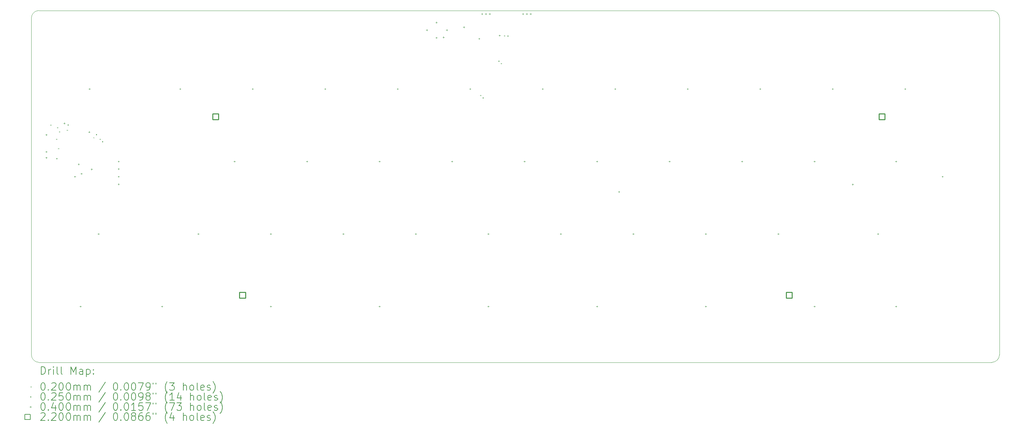
<source format=gbr>
%TF.GenerationSoftware,KiCad,Pcbnew,9.99.0-5522-g400384cf72*%
%TF.CreationDate,2026-02-12T00:01:32-08:00*%
%TF.ProjectId,amb-kb,616d622d-6b62-42e6-9b69-6361645f7063,rev?*%
%TF.SameCoordinates,Original*%
%TF.FileFunction,Drillmap*%
%TF.FilePolarity,Positive*%
%FSLAX45Y45*%
G04 Gerber Fmt 4.5, Leading zero omitted, Abs format (unit mm)*
G04 Created by KiCad (PCBNEW 9.99.0-5522-g400384cf72) date 2026-02-12 00:01:32*
%MOMM*%
%LPD*%
G01*
G04 APERTURE LIST*
%ADD10C,0.050000*%
%ADD11C,0.200000*%
%ADD12C,0.100000*%
%ADD13C,0.220000*%
G04 APERTURE END LIST*
D10*
X2217358Y-5414760D02*
X2217358Y-5414760D01*
G75*
G02*
X2417358Y-5214760I200002J0D01*
G01*
X27455450Y-5214760D01*
G75*
G02*
X27655450Y-5414760I0J-200000D01*
G01*
X27655450Y-14260341D01*
G75*
G02*
X27455450Y-14460341I-200000J1D01*
G01*
X2417358Y-14460341D01*
G75*
G02*
X2217358Y-14260341I2J200001D01*
G01*
X2217358Y-5414760D01*
D11*
D12*
X2918958Y-8829970D02*
X2938958Y-8849970D01*
X2938958Y-8829970D02*
X2918958Y-8849970D01*
X3148958Y-8349970D02*
X3168958Y-8369970D01*
X3168958Y-8349970D02*
X3148958Y-8369970D01*
X3848958Y-8544970D02*
X3868958Y-8564970D01*
X3868958Y-8544970D02*
X3848958Y-8564970D01*
X2746458Y-8229970D02*
G75*
G02*
X2721458Y-8229970I-12500J0D01*
G01*
X2721458Y-8229970D02*
G75*
G02*
X2746458Y-8229970I12500J0D01*
G01*
X2896458Y-8604970D02*
G75*
G02*
X2871458Y-8604970I-12500J0D01*
G01*
X2871458Y-8604970D02*
G75*
G02*
X2896458Y-8604970I12500J0D01*
G01*
X2921458Y-8295595D02*
G75*
G02*
X2896458Y-8295595I-12500J0D01*
G01*
X2896458Y-8295595D02*
G75*
G02*
X2921458Y-8295595I12500J0D01*
G01*
X2971458Y-8406970D02*
G75*
G02*
X2946458Y-8406970I-12500J0D01*
G01*
X2946458Y-8406970D02*
G75*
G02*
X2971458Y-8406970I12500J0D01*
G01*
X3196708Y-8225220D02*
G75*
G02*
X3171708Y-8225220I-12500J0D01*
G01*
X3171708Y-8225220D02*
G75*
G02*
X3196708Y-8225220I12500J0D01*
G01*
X3944458Y-8477970D02*
G75*
G02*
X3919458Y-8477970I-12500J0D01*
G01*
X3919458Y-8477970D02*
G75*
G02*
X3944458Y-8477970I12500J0D01*
G01*
X4039639Y-8598150D02*
G75*
G02*
X4014639Y-8598150I-12500J0D01*
G01*
X4014639Y-8598150D02*
G75*
G02*
X4039639Y-8598150I12500J0D01*
G01*
X4103278Y-8661790D02*
G75*
G02*
X4078278Y-8661790I-12500J0D01*
G01*
X4078278Y-8661790D02*
G75*
G02*
X4103278Y-8661790I12500J0D01*
G01*
X14039639Y-7448150D02*
G75*
G02*
X14014639Y-7448150I-12500J0D01*
G01*
X14014639Y-7448150D02*
G75*
G02*
X14039639Y-7448150I12500J0D01*
G01*
X14103278Y-7511790D02*
G75*
G02*
X14078278Y-7511790I-12500J0D01*
G01*
X14078278Y-7511790D02*
G75*
G02*
X14103278Y-7511790I12500J0D01*
G01*
X14514639Y-6548150D02*
G75*
G02*
X14489639Y-6548150I-12500J0D01*
G01*
X14489639Y-6548150D02*
G75*
G02*
X14514639Y-6548150I12500J0D01*
G01*
X14578278Y-6611790D02*
G75*
G02*
X14553278Y-6611790I-12500J0D01*
G01*
X14553278Y-6611790D02*
G75*
G02*
X14578278Y-6611790I12500J0D01*
G01*
X14665833Y-5886450D02*
G75*
G02*
X14640833Y-5886450I-12500J0D01*
G01*
X14640833Y-5886450D02*
G75*
G02*
X14665833Y-5886450I12500J0D01*
G01*
X14755833Y-5886450D02*
G75*
G02*
X14730833Y-5886450I-12500J0D01*
G01*
X14730833Y-5886450D02*
G75*
G02*
X14755833Y-5886450I12500J0D01*
G01*
X2608958Y-8462470D02*
X2608958Y-8502470D01*
X2588958Y-8482470D02*
X2628958Y-8482470D01*
X2611458Y-8907470D02*
X2611458Y-8947470D01*
X2591458Y-8927470D02*
X2631458Y-8927470D01*
X2611458Y-9062470D02*
X2611458Y-9102470D01*
X2591458Y-9082470D02*
X2631458Y-9082470D01*
X2883958Y-9084970D02*
X2883958Y-9124970D01*
X2863958Y-9104970D02*
X2903958Y-9104970D01*
X3085083Y-8159970D02*
X3085083Y-8199970D01*
X3065083Y-8179970D02*
X3105083Y-8179970D01*
X3358958Y-9559970D02*
X3358958Y-9599970D01*
X3338958Y-9579970D02*
X3378958Y-9579970D01*
X3458958Y-9234970D02*
X3458958Y-9274970D01*
X3438958Y-9254970D02*
X3478958Y-9254970D01*
X3506458Y-12971845D02*
X3506458Y-13011845D01*
X3486458Y-12991845D02*
X3526458Y-12991845D01*
X3531458Y-9482470D02*
X3531458Y-9522470D01*
X3511458Y-9502470D02*
X3551458Y-9502470D01*
X3735958Y-8386970D02*
X3735958Y-8426970D01*
X3715958Y-8406970D02*
X3755958Y-8406970D01*
X3744583Y-7256845D02*
X3744583Y-7296845D01*
X3724583Y-7276845D02*
X3764583Y-7276845D01*
X3800990Y-9367939D02*
X3800990Y-9407939D01*
X3780990Y-9387939D02*
X3820990Y-9387939D01*
X3982708Y-11066845D02*
X3982708Y-11106845D01*
X3962708Y-11086845D02*
X4002708Y-11086845D01*
X4508958Y-9161845D02*
X4508958Y-9201845D01*
X4488958Y-9181845D02*
X4528958Y-9181845D01*
X4508958Y-9359970D02*
X4508958Y-9399970D01*
X4488958Y-9379970D02*
X4528958Y-9379970D01*
X4508958Y-9559970D02*
X4508958Y-9599970D01*
X4488958Y-9579970D02*
X4528958Y-9579970D01*
X4508958Y-9759970D02*
X4508958Y-9799970D01*
X4488958Y-9779970D02*
X4528958Y-9779970D01*
X5649583Y-12971845D02*
X5649583Y-13011845D01*
X5629583Y-12991845D02*
X5669583Y-12991845D01*
X6125833Y-7256845D02*
X6125833Y-7296845D01*
X6105833Y-7276845D02*
X6145833Y-7276845D01*
X6602083Y-11066845D02*
X6602083Y-11106845D01*
X6582083Y-11086845D02*
X6622083Y-11086845D01*
X7554583Y-9161845D02*
X7554583Y-9201845D01*
X7534583Y-9181845D02*
X7574583Y-9181845D01*
X8030833Y-7256845D02*
X8030833Y-7296845D01*
X8010833Y-7276845D02*
X8050833Y-7276845D01*
X8507083Y-11066845D02*
X8507083Y-11106845D01*
X8487083Y-11086845D02*
X8527083Y-11086845D01*
X8507083Y-12971845D02*
X8507083Y-13011845D01*
X8487083Y-12991845D02*
X8527083Y-12991845D01*
X9459583Y-9161845D02*
X9459583Y-9201845D01*
X9439583Y-9181845D02*
X9479583Y-9181845D01*
X9935833Y-7256845D02*
X9935833Y-7296845D01*
X9915833Y-7276845D02*
X9955833Y-7276845D01*
X10412083Y-11066845D02*
X10412083Y-11106845D01*
X10392083Y-11086845D02*
X10432083Y-11086845D01*
X11364583Y-9161845D02*
X11364583Y-9201845D01*
X11344583Y-9181845D02*
X11384583Y-9181845D01*
X11364583Y-12971845D02*
X11364583Y-13011845D01*
X11344583Y-12991845D02*
X11384583Y-12991845D01*
X11840833Y-7256845D02*
X11840833Y-7296845D01*
X11820833Y-7276845D02*
X11860833Y-7276845D01*
X12317083Y-11066845D02*
X12317083Y-11106845D01*
X12297083Y-11086845D02*
X12337083Y-11086845D01*
X12608958Y-5709970D02*
X12608958Y-5749970D01*
X12588958Y-5729970D02*
X12628958Y-5729970D01*
X12858958Y-5509970D02*
X12858958Y-5549970D01*
X12838958Y-5529970D02*
X12878958Y-5529970D01*
X12858958Y-5909970D02*
X12858958Y-5949970D01*
X12838958Y-5929970D02*
X12878958Y-5929970D01*
X13045208Y-5898720D02*
X13045208Y-5938720D01*
X13025208Y-5918720D02*
X13065208Y-5918720D01*
X13133958Y-5709970D02*
X13133958Y-5749970D01*
X13113958Y-5729970D02*
X13153958Y-5729970D01*
X13269583Y-9161845D02*
X13269583Y-9201845D01*
X13249583Y-9181845D02*
X13289583Y-9181845D01*
X13583958Y-5632470D02*
X13583958Y-5672470D01*
X13563958Y-5652470D02*
X13603958Y-5652470D01*
X13745833Y-7256845D02*
X13745833Y-7296845D01*
X13725833Y-7276845D02*
X13765833Y-7276845D01*
X13983958Y-5934970D02*
X13983958Y-5974970D01*
X13963958Y-5954970D02*
X14003958Y-5954970D01*
X14058958Y-5284970D02*
X14058958Y-5324970D01*
X14038958Y-5304970D02*
X14078958Y-5304970D01*
X14158958Y-5284970D02*
X14158958Y-5324970D01*
X14138958Y-5304970D02*
X14178958Y-5304970D01*
X14222083Y-11066845D02*
X14222083Y-11106845D01*
X14202083Y-11086845D02*
X14242083Y-11086845D01*
X14222083Y-12971845D02*
X14222083Y-13011845D01*
X14202083Y-12991845D02*
X14242083Y-12991845D01*
X14258958Y-5284970D02*
X14258958Y-5324970D01*
X14238958Y-5304970D02*
X14278958Y-5304970D01*
X14518333Y-5850595D02*
X14518333Y-5890595D01*
X14498333Y-5870595D02*
X14538333Y-5870595D01*
X15133958Y-5284970D02*
X15133958Y-5324970D01*
X15113958Y-5304970D02*
X15153958Y-5304970D01*
X15174583Y-9161845D02*
X15174583Y-9201845D01*
X15154583Y-9181845D02*
X15194583Y-9181845D01*
X15233958Y-5284970D02*
X15233958Y-5324970D01*
X15213958Y-5304970D02*
X15253958Y-5304970D01*
X15333958Y-5284970D02*
X15333958Y-5324970D01*
X15313958Y-5304970D02*
X15353958Y-5304970D01*
X15650833Y-7256845D02*
X15650833Y-7296845D01*
X15630833Y-7276845D02*
X15670833Y-7276845D01*
X16127083Y-11066845D02*
X16127083Y-11106845D01*
X16107083Y-11086845D02*
X16147083Y-11086845D01*
X17079583Y-9161845D02*
X17079583Y-9201845D01*
X17059583Y-9181845D02*
X17099583Y-9181845D01*
X17079583Y-12971845D02*
X17079583Y-13011845D01*
X17059583Y-12991845D02*
X17099583Y-12991845D01*
X17555833Y-7256845D02*
X17555833Y-7296845D01*
X17535833Y-7276845D02*
X17575833Y-7276845D01*
X17658958Y-9959970D02*
X17658958Y-9999970D01*
X17638958Y-9979970D02*
X17678958Y-9979970D01*
X18032083Y-11066845D02*
X18032083Y-11106845D01*
X18012083Y-11086845D02*
X18052083Y-11086845D01*
X18984583Y-9161845D02*
X18984583Y-9201845D01*
X18964583Y-9181845D02*
X19004583Y-9181845D01*
X19460833Y-7256845D02*
X19460833Y-7296845D01*
X19440833Y-7276845D02*
X19480833Y-7276845D01*
X19937083Y-11066845D02*
X19937083Y-11106845D01*
X19917083Y-11086845D02*
X19957083Y-11086845D01*
X19937083Y-12971845D02*
X19937083Y-13011845D01*
X19917083Y-12991845D02*
X19957083Y-12991845D01*
X20889583Y-9161845D02*
X20889583Y-9201845D01*
X20869583Y-9181845D02*
X20909583Y-9181845D01*
X21365833Y-7256845D02*
X21365833Y-7296845D01*
X21345833Y-7276845D02*
X21385833Y-7276845D01*
X21842083Y-11066845D02*
X21842083Y-11106845D01*
X21822083Y-11086845D02*
X21862083Y-11086845D01*
X22794583Y-9161845D02*
X22794583Y-9201845D01*
X22774583Y-9181845D02*
X22814583Y-9181845D01*
X22794583Y-12971845D02*
X22794583Y-13011845D01*
X22774583Y-12991845D02*
X22814583Y-12991845D01*
X23270833Y-7256845D02*
X23270833Y-7296845D01*
X23250833Y-7276845D02*
X23290833Y-7276845D01*
X23798880Y-9765673D02*
X23798880Y-9805673D01*
X23778880Y-9785673D02*
X23818880Y-9785673D01*
X24461458Y-11066845D02*
X24461458Y-11106845D01*
X24441458Y-11086845D02*
X24481458Y-11086845D01*
X24937708Y-9161845D02*
X24937708Y-9201845D01*
X24917708Y-9181845D02*
X24957708Y-9181845D01*
X24937708Y-12971845D02*
X24937708Y-13011845D01*
X24917708Y-12991845D02*
X24957708Y-12991845D01*
X25175833Y-7256845D02*
X25175833Y-7296845D01*
X25155833Y-7276845D02*
X25195833Y-7276845D01*
X26158958Y-9559970D02*
X26158958Y-9599970D01*
X26138958Y-9579970D02*
X26178958Y-9579970D01*
D13*
X7134156Y-8080129D02*
X7134156Y-7924564D01*
X6978591Y-7924564D01*
X6978591Y-8080129D01*
X7134156Y-8080129D01*
X7840908Y-12772754D02*
X7840908Y-12617189D01*
X7685343Y-12617189D01*
X7685343Y-12772754D01*
X7840908Y-12772754D01*
X22207790Y-12772754D02*
X22207790Y-12617189D01*
X22052225Y-12617189D01*
X22052225Y-12772754D01*
X22207790Y-12772754D01*
X24644762Y-8080129D02*
X24644762Y-7924564D01*
X24489197Y-7924564D01*
X24489197Y-8080129D01*
X24644762Y-8080129D01*
D11*
X2475635Y-14774325D02*
X2475635Y-14574325D01*
X2475635Y-14574325D02*
X2523254Y-14574325D01*
X2523254Y-14574325D02*
X2551826Y-14583848D01*
X2551826Y-14583848D02*
X2570873Y-14602896D01*
X2570873Y-14602896D02*
X2580397Y-14621944D01*
X2580397Y-14621944D02*
X2589921Y-14660039D01*
X2589921Y-14660039D02*
X2589921Y-14688610D01*
X2589921Y-14688610D02*
X2580397Y-14726705D01*
X2580397Y-14726705D02*
X2570873Y-14745753D01*
X2570873Y-14745753D02*
X2551826Y-14764801D01*
X2551826Y-14764801D02*
X2523254Y-14774325D01*
X2523254Y-14774325D02*
X2475635Y-14774325D01*
X2675635Y-14774325D02*
X2675635Y-14640991D01*
X2675635Y-14679086D02*
X2685159Y-14660039D01*
X2685159Y-14660039D02*
X2694683Y-14650515D01*
X2694683Y-14650515D02*
X2713730Y-14640991D01*
X2713730Y-14640991D02*
X2732778Y-14640991D01*
X2799445Y-14774325D02*
X2799445Y-14640991D01*
X2799445Y-14574325D02*
X2789921Y-14583848D01*
X2789921Y-14583848D02*
X2799445Y-14593372D01*
X2799445Y-14593372D02*
X2808968Y-14583848D01*
X2808968Y-14583848D02*
X2799445Y-14574325D01*
X2799445Y-14574325D02*
X2799445Y-14593372D01*
X2923254Y-14774325D02*
X2904207Y-14764801D01*
X2904207Y-14764801D02*
X2894683Y-14745753D01*
X2894683Y-14745753D02*
X2894683Y-14574325D01*
X3028016Y-14774325D02*
X3008968Y-14764801D01*
X3008968Y-14764801D02*
X2999445Y-14745753D01*
X2999445Y-14745753D02*
X2999445Y-14574325D01*
X3256588Y-14774325D02*
X3256588Y-14574325D01*
X3256588Y-14574325D02*
X3323254Y-14717182D01*
X3323254Y-14717182D02*
X3389921Y-14574325D01*
X3389921Y-14574325D02*
X3389921Y-14774325D01*
X3570873Y-14774325D02*
X3570873Y-14669563D01*
X3570873Y-14669563D02*
X3561349Y-14650515D01*
X3561349Y-14650515D02*
X3542302Y-14640991D01*
X3542302Y-14640991D02*
X3504207Y-14640991D01*
X3504207Y-14640991D02*
X3485159Y-14650515D01*
X3570873Y-14764801D02*
X3551826Y-14774325D01*
X3551826Y-14774325D02*
X3504207Y-14774325D01*
X3504207Y-14774325D02*
X3485159Y-14764801D01*
X3485159Y-14764801D02*
X3475635Y-14745753D01*
X3475635Y-14745753D02*
X3475635Y-14726705D01*
X3475635Y-14726705D02*
X3485159Y-14707658D01*
X3485159Y-14707658D02*
X3504207Y-14698134D01*
X3504207Y-14698134D02*
X3551826Y-14698134D01*
X3551826Y-14698134D02*
X3570873Y-14688610D01*
X3666111Y-14640991D02*
X3666111Y-14840991D01*
X3666111Y-14650515D02*
X3685159Y-14640991D01*
X3685159Y-14640991D02*
X3723254Y-14640991D01*
X3723254Y-14640991D02*
X3742302Y-14650515D01*
X3742302Y-14650515D02*
X3751826Y-14660039D01*
X3751826Y-14660039D02*
X3761349Y-14679086D01*
X3761349Y-14679086D02*
X3761349Y-14736229D01*
X3761349Y-14736229D02*
X3751826Y-14755277D01*
X3751826Y-14755277D02*
X3742302Y-14764801D01*
X3742302Y-14764801D02*
X3723254Y-14774325D01*
X3723254Y-14774325D02*
X3685159Y-14774325D01*
X3685159Y-14774325D02*
X3666111Y-14764801D01*
X3847064Y-14755277D02*
X3856588Y-14764801D01*
X3856588Y-14764801D02*
X3847064Y-14774325D01*
X3847064Y-14774325D02*
X3837540Y-14764801D01*
X3837540Y-14764801D02*
X3847064Y-14755277D01*
X3847064Y-14755277D02*
X3847064Y-14774325D01*
X3847064Y-14650515D02*
X3856588Y-14660039D01*
X3856588Y-14660039D02*
X3847064Y-14669563D01*
X3847064Y-14669563D02*
X3837540Y-14660039D01*
X3837540Y-14660039D02*
X3847064Y-14650515D01*
X3847064Y-14650515D02*
X3847064Y-14669563D01*
D12*
X2194858Y-15092841D02*
X2214858Y-15112841D01*
X2214858Y-15092841D02*
X2194858Y-15112841D01*
D11*
X2513730Y-14994325D02*
X2532778Y-14994325D01*
X2532778Y-14994325D02*
X2551826Y-15003848D01*
X2551826Y-15003848D02*
X2561350Y-15013372D01*
X2561350Y-15013372D02*
X2570873Y-15032420D01*
X2570873Y-15032420D02*
X2580397Y-15070515D01*
X2580397Y-15070515D02*
X2580397Y-15118134D01*
X2580397Y-15118134D02*
X2570873Y-15156229D01*
X2570873Y-15156229D02*
X2561350Y-15175277D01*
X2561350Y-15175277D02*
X2551826Y-15184801D01*
X2551826Y-15184801D02*
X2532778Y-15194325D01*
X2532778Y-15194325D02*
X2513730Y-15194325D01*
X2513730Y-15194325D02*
X2494683Y-15184801D01*
X2494683Y-15184801D02*
X2485159Y-15175277D01*
X2485159Y-15175277D02*
X2475635Y-15156229D01*
X2475635Y-15156229D02*
X2466111Y-15118134D01*
X2466111Y-15118134D02*
X2466111Y-15070515D01*
X2466111Y-15070515D02*
X2475635Y-15032420D01*
X2475635Y-15032420D02*
X2485159Y-15013372D01*
X2485159Y-15013372D02*
X2494683Y-15003848D01*
X2494683Y-15003848D02*
X2513730Y-14994325D01*
X2666111Y-15175277D02*
X2675635Y-15184801D01*
X2675635Y-15184801D02*
X2666111Y-15194325D01*
X2666111Y-15194325D02*
X2656588Y-15184801D01*
X2656588Y-15184801D02*
X2666111Y-15175277D01*
X2666111Y-15175277D02*
X2666111Y-15194325D01*
X2751826Y-15013372D02*
X2761350Y-15003848D01*
X2761350Y-15003848D02*
X2780397Y-14994325D01*
X2780397Y-14994325D02*
X2828016Y-14994325D01*
X2828016Y-14994325D02*
X2847064Y-15003848D01*
X2847064Y-15003848D02*
X2856588Y-15013372D01*
X2856588Y-15013372D02*
X2866111Y-15032420D01*
X2866111Y-15032420D02*
X2866111Y-15051467D01*
X2866111Y-15051467D02*
X2856588Y-15080039D01*
X2856588Y-15080039D02*
X2742302Y-15194325D01*
X2742302Y-15194325D02*
X2866111Y-15194325D01*
X2989921Y-14994325D02*
X3008969Y-14994325D01*
X3008969Y-14994325D02*
X3028016Y-15003848D01*
X3028016Y-15003848D02*
X3037540Y-15013372D01*
X3037540Y-15013372D02*
X3047064Y-15032420D01*
X3047064Y-15032420D02*
X3056588Y-15070515D01*
X3056588Y-15070515D02*
X3056588Y-15118134D01*
X3056588Y-15118134D02*
X3047064Y-15156229D01*
X3047064Y-15156229D02*
X3037540Y-15175277D01*
X3037540Y-15175277D02*
X3028016Y-15184801D01*
X3028016Y-15184801D02*
X3008969Y-15194325D01*
X3008969Y-15194325D02*
X2989921Y-15194325D01*
X2989921Y-15194325D02*
X2970873Y-15184801D01*
X2970873Y-15184801D02*
X2961349Y-15175277D01*
X2961349Y-15175277D02*
X2951826Y-15156229D01*
X2951826Y-15156229D02*
X2942302Y-15118134D01*
X2942302Y-15118134D02*
X2942302Y-15070515D01*
X2942302Y-15070515D02*
X2951826Y-15032420D01*
X2951826Y-15032420D02*
X2961349Y-15013372D01*
X2961349Y-15013372D02*
X2970873Y-15003848D01*
X2970873Y-15003848D02*
X2989921Y-14994325D01*
X3180397Y-14994325D02*
X3199445Y-14994325D01*
X3199445Y-14994325D02*
X3218492Y-15003848D01*
X3218492Y-15003848D02*
X3228016Y-15013372D01*
X3228016Y-15013372D02*
X3237540Y-15032420D01*
X3237540Y-15032420D02*
X3247064Y-15070515D01*
X3247064Y-15070515D02*
X3247064Y-15118134D01*
X3247064Y-15118134D02*
X3237540Y-15156229D01*
X3237540Y-15156229D02*
X3228016Y-15175277D01*
X3228016Y-15175277D02*
X3218492Y-15184801D01*
X3218492Y-15184801D02*
X3199445Y-15194325D01*
X3199445Y-15194325D02*
X3180397Y-15194325D01*
X3180397Y-15194325D02*
X3161349Y-15184801D01*
X3161349Y-15184801D02*
X3151826Y-15175277D01*
X3151826Y-15175277D02*
X3142302Y-15156229D01*
X3142302Y-15156229D02*
X3132778Y-15118134D01*
X3132778Y-15118134D02*
X3132778Y-15070515D01*
X3132778Y-15070515D02*
X3142302Y-15032420D01*
X3142302Y-15032420D02*
X3151826Y-15013372D01*
X3151826Y-15013372D02*
X3161349Y-15003848D01*
X3161349Y-15003848D02*
X3180397Y-14994325D01*
X3332778Y-15194325D02*
X3332778Y-15060991D01*
X3332778Y-15080039D02*
X3342302Y-15070515D01*
X3342302Y-15070515D02*
X3361349Y-15060991D01*
X3361349Y-15060991D02*
X3389921Y-15060991D01*
X3389921Y-15060991D02*
X3408969Y-15070515D01*
X3408969Y-15070515D02*
X3418492Y-15089563D01*
X3418492Y-15089563D02*
X3418492Y-15194325D01*
X3418492Y-15089563D02*
X3428016Y-15070515D01*
X3428016Y-15070515D02*
X3447064Y-15060991D01*
X3447064Y-15060991D02*
X3475635Y-15060991D01*
X3475635Y-15060991D02*
X3494683Y-15070515D01*
X3494683Y-15070515D02*
X3504207Y-15089563D01*
X3504207Y-15089563D02*
X3504207Y-15194325D01*
X3599445Y-15194325D02*
X3599445Y-15060991D01*
X3599445Y-15080039D02*
X3608969Y-15070515D01*
X3608969Y-15070515D02*
X3628016Y-15060991D01*
X3628016Y-15060991D02*
X3656588Y-15060991D01*
X3656588Y-15060991D02*
X3675635Y-15070515D01*
X3675635Y-15070515D02*
X3685159Y-15089563D01*
X3685159Y-15089563D02*
X3685159Y-15194325D01*
X3685159Y-15089563D02*
X3694683Y-15070515D01*
X3694683Y-15070515D02*
X3713730Y-15060991D01*
X3713730Y-15060991D02*
X3742302Y-15060991D01*
X3742302Y-15060991D02*
X3761350Y-15070515D01*
X3761350Y-15070515D02*
X3770873Y-15089563D01*
X3770873Y-15089563D02*
X3770873Y-15194325D01*
X4161350Y-14984801D02*
X3989921Y-15241944D01*
X4418493Y-14994325D02*
X4437540Y-14994325D01*
X4437540Y-14994325D02*
X4456588Y-15003848D01*
X4456588Y-15003848D02*
X4466112Y-15013372D01*
X4466112Y-15013372D02*
X4475635Y-15032420D01*
X4475635Y-15032420D02*
X4485159Y-15070515D01*
X4485159Y-15070515D02*
X4485159Y-15118134D01*
X4485159Y-15118134D02*
X4475635Y-15156229D01*
X4475635Y-15156229D02*
X4466112Y-15175277D01*
X4466112Y-15175277D02*
X4456588Y-15184801D01*
X4456588Y-15184801D02*
X4437540Y-15194325D01*
X4437540Y-15194325D02*
X4418493Y-15194325D01*
X4418493Y-15194325D02*
X4399445Y-15184801D01*
X4399445Y-15184801D02*
X4389921Y-15175277D01*
X4389921Y-15175277D02*
X4380397Y-15156229D01*
X4380397Y-15156229D02*
X4370874Y-15118134D01*
X4370874Y-15118134D02*
X4370874Y-15070515D01*
X4370874Y-15070515D02*
X4380397Y-15032420D01*
X4380397Y-15032420D02*
X4389921Y-15013372D01*
X4389921Y-15013372D02*
X4399445Y-15003848D01*
X4399445Y-15003848D02*
X4418493Y-14994325D01*
X4570874Y-15175277D02*
X4580397Y-15184801D01*
X4580397Y-15184801D02*
X4570874Y-15194325D01*
X4570874Y-15194325D02*
X4561350Y-15184801D01*
X4561350Y-15184801D02*
X4570874Y-15175277D01*
X4570874Y-15175277D02*
X4570874Y-15194325D01*
X4704207Y-14994325D02*
X4723255Y-14994325D01*
X4723255Y-14994325D02*
X4742302Y-15003848D01*
X4742302Y-15003848D02*
X4751826Y-15013372D01*
X4751826Y-15013372D02*
X4761350Y-15032420D01*
X4761350Y-15032420D02*
X4770874Y-15070515D01*
X4770874Y-15070515D02*
X4770874Y-15118134D01*
X4770874Y-15118134D02*
X4761350Y-15156229D01*
X4761350Y-15156229D02*
X4751826Y-15175277D01*
X4751826Y-15175277D02*
X4742302Y-15184801D01*
X4742302Y-15184801D02*
X4723255Y-15194325D01*
X4723255Y-15194325D02*
X4704207Y-15194325D01*
X4704207Y-15194325D02*
X4685159Y-15184801D01*
X4685159Y-15184801D02*
X4675635Y-15175277D01*
X4675635Y-15175277D02*
X4666112Y-15156229D01*
X4666112Y-15156229D02*
X4656588Y-15118134D01*
X4656588Y-15118134D02*
X4656588Y-15070515D01*
X4656588Y-15070515D02*
X4666112Y-15032420D01*
X4666112Y-15032420D02*
X4675635Y-15013372D01*
X4675635Y-15013372D02*
X4685159Y-15003848D01*
X4685159Y-15003848D02*
X4704207Y-14994325D01*
X4894683Y-14994325D02*
X4913731Y-14994325D01*
X4913731Y-14994325D02*
X4932778Y-15003848D01*
X4932778Y-15003848D02*
X4942302Y-15013372D01*
X4942302Y-15013372D02*
X4951826Y-15032420D01*
X4951826Y-15032420D02*
X4961350Y-15070515D01*
X4961350Y-15070515D02*
X4961350Y-15118134D01*
X4961350Y-15118134D02*
X4951826Y-15156229D01*
X4951826Y-15156229D02*
X4942302Y-15175277D01*
X4942302Y-15175277D02*
X4932778Y-15184801D01*
X4932778Y-15184801D02*
X4913731Y-15194325D01*
X4913731Y-15194325D02*
X4894683Y-15194325D01*
X4894683Y-15194325D02*
X4875635Y-15184801D01*
X4875635Y-15184801D02*
X4866112Y-15175277D01*
X4866112Y-15175277D02*
X4856588Y-15156229D01*
X4856588Y-15156229D02*
X4847064Y-15118134D01*
X4847064Y-15118134D02*
X4847064Y-15070515D01*
X4847064Y-15070515D02*
X4856588Y-15032420D01*
X4856588Y-15032420D02*
X4866112Y-15013372D01*
X4866112Y-15013372D02*
X4875635Y-15003848D01*
X4875635Y-15003848D02*
X4894683Y-14994325D01*
X5028016Y-14994325D02*
X5161350Y-14994325D01*
X5161350Y-14994325D02*
X5075635Y-15194325D01*
X5247064Y-15194325D02*
X5285159Y-15194325D01*
X5285159Y-15194325D02*
X5304207Y-15184801D01*
X5304207Y-15184801D02*
X5313731Y-15175277D01*
X5313731Y-15175277D02*
X5332778Y-15146705D01*
X5332778Y-15146705D02*
X5342302Y-15108610D01*
X5342302Y-15108610D02*
X5342302Y-15032420D01*
X5342302Y-15032420D02*
X5332778Y-15013372D01*
X5332778Y-15013372D02*
X5323255Y-15003848D01*
X5323255Y-15003848D02*
X5304207Y-14994325D01*
X5304207Y-14994325D02*
X5266112Y-14994325D01*
X5266112Y-14994325D02*
X5247064Y-15003848D01*
X5247064Y-15003848D02*
X5237540Y-15013372D01*
X5237540Y-15013372D02*
X5228016Y-15032420D01*
X5228016Y-15032420D02*
X5228016Y-15080039D01*
X5228016Y-15080039D02*
X5237540Y-15099086D01*
X5237540Y-15099086D02*
X5247064Y-15108610D01*
X5247064Y-15108610D02*
X5266112Y-15118134D01*
X5266112Y-15118134D02*
X5304207Y-15118134D01*
X5304207Y-15118134D02*
X5323255Y-15108610D01*
X5323255Y-15108610D02*
X5332778Y-15099086D01*
X5332778Y-15099086D02*
X5342302Y-15080039D01*
X5418493Y-14994325D02*
X5418493Y-15032420D01*
X5494683Y-14994325D02*
X5494683Y-15032420D01*
X5789921Y-15270515D02*
X5780397Y-15260991D01*
X5780397Y-15260991D02*
X5761350Y-15232420D01*
X5761350Y-15232420D02*
X5751826Y-15213372D01*
X5751826Y-15213372D02*
X5742302Y-15184801D01*
X5742302Y-15184801D02*
X5732778Y-15137182D01*
X5732778Y-15137182D02*
X5732778Y-15099086D01*
X5732778Y-15099086D02*
X5742302Y-15051467D01*
X5742302Y-15051467D02*
X5751826Y-15022896D01*
X5751826Y-15022896D02*
X5761350Y-15003848D01*
X5761350Y-15003848D02*
X5780397Y-14975277D01*
X5780397Y-14975277D02*
X5789921Y-14965753D01*
X5847064Y-14994325D02*
X5970874Y-14994325D01*
X5970874Y-14994325D02*
X5904207Y-15070515D01*
X5904207Y-15070515D02*
X5932778Y-15070515D01*
X5932778Y-15070515D02*
X5951826Y-15080039D01*
X5951826Y-15080039D02*
X5961350Y-15089563D01*
X5961350Y-15089563D02*
X5970874Y-15108610D01*
X5970874Y-15108610D02*
X5970874Y-15156229D01*
X5970874Y-15156229D02*
X5961350Y-15175277D01*
X5961350Y-15175277D02*
X5951826Y-15184801D01*
X5951826Y-15184801D02*
X5932778Y-15194325D01*
X5932778Y-15194325D02*
X5875635Y-15194325D01*
X5875635Y-15194325D02*
X5856588Y-15184801D01*
X5856588Y-15184801D02*
X5847064Y-15175277D01*
X6208969Y-15194325D02*
X6208969Y-14994325D01*
X6294683Y-15194325D02*
X6294683Y-15089563D01*
X6294683Y-15089563D02*
X6285159Y-15070515D01*
X6285159Y-15070515D02*
X6266112Y-15060991D01*
X6266112Y-15060991D02*
X6237540Y-15060991D01*
X6237540Y-15060991D02*
X6218493Y-15070515D01*
X6218493Y-15070515D02*
X6208969Y-15080039D01*
X6418493Y-15194325D02*
X6399445Y-15184801D01*
X6399445Y-15184801D02*
X6389921Y-15175277D01*
X6389921Y-15175277D02*
X6380397Y-15156229D01*
X6380397Y-15156229D02*
X6380397Y-15099086D01*
X6380397Y-15099086D02*
X6389921Y-15080039D01*
X6389921Y-15080039D02*
X6399445Y-15070515D01*
X6399445Y-15070515D02*
X6418493Y-15060991D01*
X6418493Y-15060991D02*
X6447064Y-15060991D01*
X6447064Y-15060991D02*
X6466112Y-15070515D01*
X6466112Y-15070515D02*
X6475636Y-15080039D01*
X6475636Y-15080039D02*
X6485159Y-15099086D01*
X6485159Y-15099086D02*
X6485159Y-15156229D01*
X6485159Y-15156229D02*
X6475636Y-15175277D01*
X6475636Y-15175277D02*
X6466112Y-15184801D01*
X6466112Y-15184801D02*
X6447064Y-15194325D01*
X6447064Y-15194325D02*
X6418493Y-15194325D01*
X6599445Y-15194325D02*
X6580397Y-15184801D01*
X6580397Y-15184801D02*
X6570874Y-15165753D01*
X6570874Y-15165753D02*
X6570874Y-14994325D01*
X6751826Y-15184801D02*
X6732778Y-15194325D01*
X6732778Y-15194325D02*
X6694683Y-15194325D01*
X6694683Y-15194325D02*
X6675636Y-15184801D01*
X6675636Y-15184801D02*
X6666112Y-15165753D01*
X6666112Y-15165753D02*
X6666112Y-15089563D01*
X6666112Y-15089563D02*
X6675636Y-15070515D01*
X6675636Y-15070515D02*
X6694683Y-15060991D01*
X6694683Y-15060991D02*
X6732778Y-15060991D01*
X6732778Y-15060991D02*
X6751826Y-15070515D01*
X6751826Y-15070515D02*
X6761350Y-15089563D01*
X6761350Y-15089563D02*
X6761350Y-15108610D01*
X6761350Y-15108610D02*
X6666112Y-15127658D01*
X6837540Y-15184801D02*
X6856588Y-15194325D01*
X6856588Y-15194325D02*
X6894683Y-15194325D01*
X6894683Y-15194325D02*
X6913731Y-15184801D01*
X6913731Y-15184801D02*
X6923255Y-15165753D01*
X6923255Y-15165753D02*
X6923255Y-15156229D01*
X6923255Y-15156229D02*
X6913731Y-15137182D01*
X6913731Y-15137182D02*
X6894683Y-15127658D01*
X6894683Y-15127658D02*
X6866112Y-15127658D01*
X6866112Y-15127658D02*
X6847064Y-15118134D01*
X6847064Y-15118134D02*
X6837540Y-15099086D01*
X6837540Y-15099086D02*
X6837540Y-15089563D01*
X6837540Y-15089563D02*
X6847064Y-15070515D01*
X6847064Y-15070515D02*
X6866112Y-15060991D01*
X6866112Y-15060991D02*
X6894683Y-15060991D01*
X6894683Y-15060991D02*
X6913731Y-15070515D01*
X6989921Y-15270515D02*
X6999445Y-15260991D01*
X6999445Y-15260991D02*
X7018493Y-15232420D01*
X7018493Y-15232420D02*
X7028017Y-15213372D01*
X7028017Y-15213372D02*
X7037540Y-15184801D01*
X7037540Y-15184801D02*
X7047064Y-15137182D01*
X7047064Y-15137182D02*
X7047064Y-15099086D01*
X7047064Y-15099086D02*
X7037540Y-15051467D01*
X7037540Y-15051467D02*
X7028017Y-15022896D01*
X7028017Y-15022896D02*
X7018493Y-15003848D01*
X7018493Y-15003848D02*
X6999445Y-14975277D01*
X6999445Y-14975277D02*
X6989921Y-14965753D01*
D12*
X2214858Y-15366841D02*
G75*
G02*
X2189858Y-15366841I-12500J0D01*
G01*
X2189858Y-15366841D02*
G75*
G02*
X2214858Y-15366841I12500J0D01*
G01*
D11*
X2513730Y-15258325D02*
X2532778Y-15258325D01*
X2532778Y-15258325D02*
X2551826Y-15267848D01*
X2551826Y-15267848D02*
X2561350Y-15277372D01*
X2561350Y-15277372D02*
X2570873Y-15296420D01*
X2570873Y-15296420D02*
X2580397Y-15334515D01*
X2580397Y-15334515D02*
X2580397Y-15382134D01*
X2580397Y-15382134D02*
X2570873Y-15420229D01*
X2570873Y-15420229D02*
X2561350Y-15439277D01*
X2561350Y-15439277D02*
X2551826Y-15448801D01*
X2551826Y-15448801D02*
X2532778Y-15458325D01*
X2532778Y-15458325D02*
X2513730Y-15458325D01*
X2513730Y-15458325D02*
X2494683Y-15448801D01*
X2494683Y-15448801D02*
X2485159Y-15439277D01*
X2485159Y-15439277D02*
X2475635Y-15420229D01*
X2475635Y-15420229D02*
X2466111Y-15382134D01*
X2466111Y-15382134D02*
X2466111Y-15334515D01*
X2466111Y-15334515D02*
X2475635Y-15296420D01*
X2475635Y-15296420D02*
X2485159Y-15277372D01*
X2485159Y-15277372D02*
X2494683Y-15267848D01*
X2494683Y-15267848D02*
X2513730Y-15258325D01*
X2666111Y-15439277D02*
X2675635Y-15448801D01*
X2675635Y-15448801D02*
X2666111Y-15458325D01*
X2666111Y-15458325D02*
X2656588Y-15448801D01*
X2656588Y-15448801D02*
X2666111Y-15439277D01*
X2666111Y-15439277D02*
X2666111Y-15458325D01*
X2751826Y-15277372D02*
X2761350Y-15267848D01*
X2761350Y-15267848D02*
X2780397Y-15258325D01*
X2780397Y-15258325D02*
X2828016Y-15258325D01*
X2828016Y-15258325D02*
X2847064Y-15267848D01*
X2847064Y-15267848D02*
X2856588Y-15277372D01*
X2856588Y-15277372D02*
X2866111Y-15296420D01*
X2866111Y-15296420D02*
X2866111Y-15315467D01*
X2866111Y-15315467D02*
X2856588Y-15344039D01*
X2856588Y-15344039D02*
X2742302Y-15458325D01*
X2742302Y-15458325D02*
X2866111Y-15458325D01*
X3047064Y-15258325D02*
X2951826Y-15258325D01*
X2951826Y-15258325D02*
X2942302Y-15353563D01*
X2942302Y-15353563D02*
X2951826Y-15344039D01*
X2951826Y-15344039D02*
X2970873Y-15334515D01*
X2970873Y-15334515D02*
X3018492Y-15334515D01*
X3018492Y-15334515D02*
X3037540Y-15344039D01*
X3037540Y-15344039D02*
X3047064Y-15353563D01*
X3047064Y-15353563D02*
X3056588Y-15372610D01*
X3056588Y-15372610D02*
X3056588Y-15420229D01*
X3056588Y-15420229D02*
X3047064Y-15439277D01*
X3047064Y-15439277D02*
X3037540Y-15448801D01*
X3037540Y-15448801D02*
X3018492Y-15458325D01*
X3018492Y-15458325D02*
X2970873Y-15458325D01*
X2970873Y-15458325D02*
X2951826Y-15448801D01*
X2951826Y-15448801D02*
X2942302Y-15439277D01*
X3180397Y-15258325D02*
X3199445Y-15258325D01*
X3199445Y-15258325D02*
X3218492Y-15267848D01*
X3218492Y-15267848D02*
X3228016Y-15277372D01*
X3228016Y-15277372D02*
X3237540Y-15296420D01*
X3237540Y-15296420D02*
X3247064Y-15334515D01*
X3247064Y-15334515D02*
X3247064Y-15382134D01*
X3247064Y-15382134D02*
X3237540Y-15420229D01*
X3237540Y-15420229D02*
X3228016Y-15439277D01*
X3228016Y-15439277D02*
X3218492Y-15448801D01*
X3218492Y-15448801D02*
X3199445Y-15458325D01*
X3199445Y-15458325D02*
X3180397Y-15458325D01*
X3180397Y-15458325D02*
X3161349Y-15448801D01*
X3161349Y-15448801D02*
X3151826Y-15439277D01*
X3151826Y-15439277D02*
X3142302Y-15420229D01*
X3142302Y-15420229D02*
X3132778Y-15382134D01*
X3132778Y-15382134D02*
X3132778Y-15334515D01*
X3132778Y-15334515D02*
X3142302Y-15296420D01*
X3142302Y-15296420D02*
X3151826Y-15277372D01*
X3151826Y-15277372D02*
X3161349Y-15267848D01*
X3161349Y-15267848D02*
X3180397Y-15258325D01*
X3332778Y-15458325D02*
X3332778Y-15324991D01*
X3332778Y-15344039D02*
X3342302Y-15334515D01*
X3342302Y-15334515D02*
X3361349Y-15324991D01*
X3361349Y-15324991D02*
X3389921Y-15324991D01*
X3389921Y-15324991D02*
X3408969Y-15334515D01*
X3408969Y-15334515D02*
X3418492Y-15353563D01*
X3418492Y-15353563D02*
X3418492Y-15458325D01*
X3418492Y-15353563D02*
X3428016Y-15334515D01*
X3428016Y-15334515D02*
X3447064Y-15324991D01*
X3447064Y-15324991D02*
X3475635Y-15324991D01*
X3475635Y-15324991D02*
X3494683Y-15334515D01*
X3494683Y-15334515D02*
X3504207Y-15353563D01*
X3504207Y-15353563D02*
X3504207Y-15458325D01*
X3599445Y-15458325D02*
X3599445Y-15324991D01*
X3599445Y-15344039D02*
X3608969Y-15334515D01*
X3608969Y-15334515D02*
X3628016Y-15324991D01*
X3628016Y-15324991D02*
X3656588Y-15324991D01*
X3656588Y-15324991D02*
X3675635Y-15334515D01*
X3675635Y-15334515D02*
X3685159Y-15353563D01*
X3685159Y-15353563D02*
X3685159Y-15458325D01*
X3685159Y-15353563D02*
X3694683Y-15334515D01*
X3694683Y-15334515D02*
X3713730Y-15324991D01*
X3713730Y-15324991D02*
X3742302Y-15324991D01*
X3742302Y-15324991D02*
X3761350Y-15334515D01*
X3761350Y-15334515D02*
X3770873Y-15353563D01*
X3770873Y-15353563D02*
X3770873Y-15458325D01*
X4161350Y-15248801D02*
X3989921Y-15505944D01*
X4418493Y-15258325D02*
X4437540Y-15258325D01*
X4437540Y-15258325D02*
X4456588Y-15267848D01*
X4456588Y-15267848D02*
X4466112Y-15277372D01*
X4466112Y-15277372D02*
X4475635Y-15296420D01*
X4475635Y-15296420D02*
X4485159Y-15334515D01*
X4485159Y-15334515D02*
X4485159Y-15382134D01*
X4485159Y-15382134D02*
X4475635Y-15420229D01*
X4475635Y-15420229D02*
X4466112Y-15439277D01*
X4466112Y-15439277D02*
X4456588Y-15448801D01*
X4456588Y-15448801D02*
X4437540Y-15458325D01*
X4437540Y-15458325D02*
X4418493Y-15458325D01*
X4418493Y-15458325D02*
X4399445Y-15448801D01*
X4399445Y-15448801D02*
X4389921Y-15439277D01*
X4389921Y-15439277D02*
X4380397Y-15420229D01*
X4380397Y-15420229D02*
X4370874Y-15382134D01*
X4370874Y-15382134D02*
X4370874Y-15334515D01*
X4370874Y-15334515D02*
X4380397Y-15296420D01*
X4380397Y-15296420D02*
X4389921Y-15277372D01*
X4389921Y-15277372D02*
X4399445Y-15267848D01*
X4399445Y-15267848D02*
X4418493Y-15258325D01*
X4570874Y-15439277D02*
X4580397Y-15448801D01*
X4580397Y-15448801D02*
X4570874Y-15458325D01*
X4570874Y-15458325D02*
X4561350Y-15448801D01*
X4561350Y-15448801D02*
X4570874Y-15439277D01*
X4570874Y-15439277D02*
X4570874Y-15458325D01*
X4704207Y-15258325D02*
X4723255Y-15258325D01*
X4723255Y-15258325D02*
X4742302Y-15267848D01*
X4742302Y-15267848D02*
X4751826Y-15277372D01*
X4751826Y-15277372D02*
X4761350Y-15296420D01*
X4761350Y-15296420D02*
X4770874Y-15334515D01*
X4770874Y-15334515D02*
X4770874Y-15382134D01*
X4770874Y-15382134D02*
X4761350Y-15420229D01*
X4761350Y-15420229D02*
X4751826Y-15439277D01*
X4751826Y-15439277D02*
X4742302Y-15448801D01*
X4742302Y-15448801D02*
X4723255Y-15458325D01*
X4723255Y-15458325D02*
X4704207Y-15458325D01*
X4704207Y-15458325D02*
X4685159Y-15448801D01*
X4685159Y-15448801D02*
X4675635Y-15439277D01*
X4675635Y-15439277D02*
X4666112Y-15420229D01*
X4666112Y-15420229D02*
X4656588Y-15382134D01*
X4656588Y-15382134D02*
X4656588Y-15334515D01*
X4656588Y-15334515D02*
X4666112Y-15296420D01*
X4666112Y-15296420D02*
X4675635Y-15277372D01*
X4675635Y-15277372D02*
X4685159Y-15267848D01*
X4685159Y-15267848D02*
X4704207Y-15258325D01*
X4894683Y-15258325D02*
X4913731Y-15258325D01*
X4913731Y-15258325D02*
X4932778Y-15267848D01*
X4932778Y-15267848D02*
X4942302Y-15277372D01*
X4942302Y-15277372D02*
X4951826Y-15296420D01*
X4951826Y-15296420D02*
X4961350Y-15334515D01*
X4961350Y-15334515D02*
X4961350Y-15382134D01*
X4961350Y-15382134D02*
X4951826Y-15420229D01*
X4951826Y-15420229D02*
X4942302Y-15439277D01*
X4942302Y-15439277D02*
X4932778Y-15448801D01*
X4932778Y-15448801D02*
X4913731Y-15458325D01*
X4913731Y-15458325D02*
X4894683Y-15458325D01*
X4894683Y-15458325D02*
X4875635Y-15448801D01*
X4875635Y-15448801D02*
X4866112Y-15439277D01*
X4866112Y-15439277D02*
X4856588Y-15420229D01*
X4856588Y-15420229D02*
X4847064Y-15382134D01*
X4847064Y-15382134D02*
X4847064Y-15334515D01*
X4847064Y-15334515D02*
X4856588Y-15296420D01*
X4856588Y-15296420D02*
X4866112Y-15277372D01*
X4866112Y-15277372D02*
X4875635Y-15267848D01*
X4875635Y-15267848D02*
X4894683Y-15258325D01*
X5056588Y-15458325D02*
X5094683Y-15458325D01*
X5094683Y-15458325D02*
X5113731Y-15448801D01*
X5113731Y-15448801D02*
X5123255Y-15439277D01*
X5123255Y-15439277D02*
X5142302Y-15410705D01*
X5142302Y-15410705D02*
X5151826Y-15372610D01*
X5151826Y-15372610D02*
X5151826Y-15296420D01*
X5151826Y-15296420D02*
X5142302Y-15277372D01*
X5142302Y-15277372D02*
X5132778Y-15267848D01*
X5132778Y-15267848D02*
X5113731Y-15258325D01*
X5113731Y-15258325D02*
X5075635Y-15258325D01*
X5075635Y-15258325D02*
X5056588Y-15267848D01*
X5056588Y-15267848D02*
X5047064Y-15277372D01*
X5047064Y-15277372D02*
X5037540Y-15296420D01*
X5037540Y-15296420D02*
X5037540Y-15344039D01*
X5037540Y-15344039D02*
X5047064Y-15363086D01*
X5047064Y-15363086D02*
X5056588Y-15372610D01*
X5056588Y-15372610D02*
X5075635Y-15382134D01*
X5075635Y-15382134D02*
X5113731Y-15382134D01*
X5113731Y-15382134D02*
X5132778Y-15372610D01*
X5132778Y-15372610D02*
X5142302Y-15363086D01*
X5142302Y-15363086D02*
X5151826Y-15344039D01*
X5266112Y-15344039D02*
X5247064Y-15334515D01*
X5247064Y-15334515D02*
X5237540Y-15324991D01*
X5237540Y-15324991D02*
X5228016Y-15305944D01*
X5228016Y-15305944D02*
X5228016Y-15296420D01*
X5228016Y-15296420D02*
X5237540Y-15277372D01*
X5237540Y-15277372D02*
X5247064Y-15267848D01*
X5247064Y-15267848D02*
X5266112Y-15258325D01*
X5266112Y-15258325D02*
X5304207Y-15258325D01*
X5304207Y-15258325D02*
X5323255Y-15267848D01*
X5323255Y-15267848D02*
X5332778Y-15277372D01*
X5332778Y-15277372D02*
X5342302Y-15296420D01*
X5342302Y-15296420D02*
X5342302Y-15305944D01*
X5342302Y-15305944D02*
X5332778Y-15324991D01*
X5332778Y-15324991D02*
X5323255Y-15334515D01*
X5323255Y-15334515D02*
X5304207Y-15344039D01*
X5304207Y-15344039D02*
X5266112Y-15344039D01*
X5266112Y-15344039D02*
X5247064Y-15353563D01*
X5247064Y-15353563D02*
X5237540Y-15363086D01*
X5237540Y-15363086D02*
X5228016Y-15382134D01*
X5228016Y-15382134D02*
X5228016Y-15420229D01*
X5228016Y-15420229D02*
X5237540Y-15439277D01*
X5237540Y-15439277D02*
X5247064Y-15448801D01*
X5247064Y-15448801D02*
X5266112Y-15458325D01*
X5266112Y-15458325D02*
X5304207Y-15458325D01*
X5304207Y-15458325D02*
X5323255Y-15448801D01*
X5323255Y-15448801D02*
X5332778Y-15439277D01*
X5332778Y-15439277D02*
X5342302Y-15420229D01*
X5342302Y-15420229D02*
X5342302Y-15382134D01*
X5342302Y-15382134D02*
X5332778Y-15363086D01*
X5332778Y-15363086D02*
X5323255Y-15353563D01*
X5323255Y-15353563D02*
X5304207Y-15344039D01*
X5418493Y-15258325D02*
X5418493Y-15296420D01*
X5494683Y-15258325D02*
X5494683Y-15296420D01*
X5789921Y-15534515D02*
X5780397Y-15524991D01*
X5780397Y-15524991D02*
X5761350Y-15496420D01*
X5761350Y-15496420D02*
X5751826Y-15477372D01*
X5751826Y-15477372D02*
X5742302Y-15448801D01*
X5742302Y-15448801D02*
X5732778Y-15401182D01*
X5732778Y-15401182D02*
X5732778Y-15363086D01*
X5732778Y-15363086D02*
X5742302Y-15315467D01*
X5742302Y-15315467D02*
X5751826Y-15286896D01*
X5751826Y-15286896D02*
X5761350Y-15267848D01*
X5761350Y-15267848D02*
X5780397Y-15239277D01*
X5780397Y-15239277D02*
X5789921Y-15229753D01*
X5970874Y-15458325D02*
X5856588Y-15458325D01*
X5913731Y-15458325D02*
X5913731Y-15258325D01*
X5913731Y-15258325D02*
X5894683Y-15286896D01*
X5894683Y-15286896D02*
X5875635Y-15305944D01*
X5875635Y-15305944D02*
X5856588Y-15315467D01*
X6142302Y-15324991D02*
X6142302Y-15458325D01*
X6094683Y-15248801D02*
X6047064Y-15391658D01*
X6047064Y-15391658D02*
X6170874Y-15391658D01*
X6399445Y-15458325D02*
X6399445Y-15258325D01*
X6485159Y-15458325D02*
X6485159Y-15353563D01*
X6485159Y-15353563D02*
X6475636Y-15334515D01*
X6475636Y-15334515D02*
X6456588Y-15324991D01*
X6456588Y-15324991D02*
X6428016Y-15324991D01*
X6428016Y-15324991D02*
X6408969Y-15334515D01*
X6408969Y-15334515D02*
X6399445Y-15344039D01*
X6608969Y-15458325D02*
X6589921Y-15448801D01*
X6589921Y-15448801D02*
X6580397Y-15439277D01*
X6580397Y-15439277D02*
X6570874Y-15420229D01*
X6570874Y-15420229D02*
X6570874Y-15363086D01*
X6570874Y-15363086D02*
X6580397Y-15344039D01*
X6580397Y-15344039D02*
X6589921Y-15334515D01*
X6589921Y-15334515D02*
X6608969Y-15324991D01*
X6608969Y-15324991D02*
X6637540Y-15324991D01*
X6637540Y-15324991D02*
X6656588Y-15334515D01*
X6656588Y-15334515D02*
X6666112Y-15344039D01*
X6666112Y-15344039D02*
X6675636Y-15363086D01*
X6675636Y-15363086D02*
X6675636Y-15420229D01*
X6675636Y-15420229D02*
X6666112Y-15439277D01*
X6666112Y-15439277D02*
X6656588Y-15448801D01*
X6656588Y-15448801D02*
X6637540Y-15458325D01*
X6637540Y-15458325D02*
X6608969Y-15458325D01*
X6789921Y-15458325D02*
X6770874Y-15448801D01*
X6770874Y-15448801D02*
X6761350Y-15429753D01*
X6761350Y-15429753D02*
X6761350Y-15258325D01*
X6942302Y-15448801D02*
X6923255Y-15458325D01*
X6923255Y-15458325D02*
X6885159Y-15458325D01*
X6885159Y-15458325D02*
X6866112Y-15448801D01*
X6866112Y-15448801D02*
X6856588Y-15429753D01*
X6856588Y-15429753D02*
X6856588Y-15353563D01*
X6856588Y-15353563D02*
X6866112Y-15334515D01*
X6866112Y-15334515D02*
X6885159Y-15324991D01*
X6885159Y-15324991D02*
X6923255Y-15324991D01*
X6923255Y-15324991D02*
X6942302Y-15334515D01*
X6942302Y-15334515D02*
X6951826Y-15353563D01*
X6951826Y-15353563D02*
X6951826Y-15372610D01*
X6951826Y-15372610D02*
X6856588Y-15391658D01*
X7028017Y-15448801D02*
X7047064Y-15458325D01*
X7047064Y-15458325D02*
X7085159Y-15458325D01*
X7085159Y-15458325D02*
X7104207Y-15448801D01*
X7104207Y-15448801D02*
X7113731Y-15429753D01*
X7113731Y-15429753D02*
X7113731Y-15420229D01*
X7113731Y-15420229D02*
X7104207Y-15401182D01*
X7104207Y-15401182D02*
X7085159Y-15391658D01*
X7085159Y-15391658D02*
X7056588Y-15391658D01*
X7056588Y-15391658D02*
X7037540Y-15382134D01*
X7037540Y-15382134D02*
X7028017Y-15363086D01*
X7028017Y-15363086D02*
X7028017Y-15353563D01*
X7028017Y-15353563D02*
X7037540Y-15334515D01*
X7037540Y-15334515D02*
X7056588Y-15324991D01*
X7056588Y-15324991D02*
X7085159Y-15324991D01*
X7085159Y-15324991D02*
X7104207Y-15334515D01*
X7180398Y-15534515D02*
X7189921Y-15524991D01*
X7189921Y-15524991D02*
X7208969Y-15496420D01*
X7208969Y-15496420D02*
X7218493Y-15477372D01*
X7218493Y-15477372D02*
X7228017Y-15448801D01*
X7228017Y-15448801D02*
X7237540Y-15401182D01*
X7237540Y-15401182D02*
X7237540Y-15363086D01*
X7237540Y-15363086D02*
X7228017Y-15315467D01*
X7228017Y-15315467D02*
X7218493Y-15286896D01*
X7218493Y-15286896D02*
X7208969Y-15267848D01*
X7208969Y-15267848D02*
X7189921Y-15239277D01*
X7189921Y-15239277D02*
X7180398Y-15229753D01*
D12*
X2194858Y-15610841D02*
X2194858Y-15650841D01*
X2174858Y-15630841D02*
X2214858Y-15630841D01*
D11*
X2513730Y-15522325D02*
X2532778Y-15522325D01*
X2532778Y-15522325D02*
X2551826Y-15531848D01*
X2551826Y-15531848D02*
X2561350Y-15541372D01*
X2561350Y-15541372D02*
X2570873Y-15560420D01*
X2570873Y-15560420D02*
X2580397Y-15598515D01*
X2580397Y-15598515D02*
X2580397Y-15646134D01*
X2580397Y-15646134D02*
X2570873Y-15684229D01*
X2570873Y-15684229D02*
X2561350Y-15703277D01*
X2561350Y-15703277D02*
X2551826Y-15712801D01*
X2551826Y-15712801D02*
X2532778Y-15722325D01*
X2532778Y-15722325D02*
X2513730Y-15722325D01*
X2513730Y-15722325D02*
X2494683Y-15712801D01*
X2494683Y-15712801D02*
X2485159Y-15703277D01*
X2485159Y-15703277D02*
X2475635Y-15684229D01*
X2475635Y-15684229D02*
X2466111Y-15646134D01*
X2466111Y-15646134D02*
X2466111Y-15598515D01*
X2466111Y-15598515D02*
X2475635Y-15560420D01*
X2475635Y-15560420D02*
X2485159Y-15541372D01*
X2485159Y-15541372D02*
X2494683Y-15531848D01*
X2494683Y-15531848D02*
X2513730Y-15522325D01*
X2666111Y-15703277D02*
X2675635Y-15712801D01*
X2675635Y-15712801D02*
X2666111Y-15722325D01*
X2666111Y-15722325D02*
X2656588Y-15712801D01*
X2656588Y-15712801D02*
X2666111Y-15703277D01*
X2666111Y-15703277D02*
X2666111Y-15722325D01*
X2847064Y-15588991D02*
X2847064Y-15722325D01*
X2799445Y-15512801D02*
X2751826Y-15655658D01*
X2751826Y-15655658D02*
X2875635Y-15655658D01*
X2989921Y-15522325D02*
X3008969Y-15522325D01*
X3008969Y-15522325D02*
X3028016Y-15531848D01*
X3028016Y-15531848D02*
X3037540Y-15541372D01*
X3037540Y-15541372D02*
X3047064Y-15560420D01*
X3047064Y-15560420D02*
X3056588Y-15598515D01*
X3056588Y-15598515D02*
X3056588Y-15646134D01*
X3056588Y-15646134D02*
X3047064Y-15684229D01*
X3047064Y-15684229D02*
X3037540Y-15703277D01*
X3037540Y-15703277D02*
X3028016Y-15712801D01*
X3028016Y-15712801D02*
X3008969Y-15722325D01*
X3008969Y-15722325D02*
X2989921Y-15722325D01*
X2989921Y-15722325D02*
X2970873Y-15712801D01*
X2970873Y-15712801D02*
X2961349Y-15703277D01*
X2961349Y-15703277D02*
X2951826Y-15684229D01*
X2951826Y-15684229D02*
X2942302Y-15646134D01*
X2942302Y-15646134D02*
X2942302Y-15598515D01*
X2942302Y-15598515D02*
X2951826Y-15560420D01*
X2951826Y-15560420D02*
X2961349Y-15541372D01*
X2961349Y-15541372D02*
X2970873Y-15531848D01*
X2970873Y-15531848D02*
X2989921Y-15522325D01*
X3180397Y-15522325D02*
X3199445Y-15522325D01*
X3199445Y-15522325D02*
X3218492Y-15531848D01*
X3218492Y-15531848D02*
X3228016Y-15541372D01*
X3228016Y-15541372D02*
X3237540Y-15560420D01*
X3237540Y-15560420D02*
X3247064Y-15598515D01*
X3247064Y-15598515D02*
X3247064Y-15646134D01*
X3247064Y-15646134D02*
X3237540Y-15684229D01*
X3237540Y-15684229D02*
X3228016Y-15703277D01*
X3228016Y-15703277D02*
X3218492Y-15712801D01*
X3218492Y-15712801D02*
X3199445Y-15722325D01*
X3199445Y-15722325D02*
X3180397Y-15722325D01*
X3180397Y-15722325D02*
X3161349Y-15712801D01*
X3161349Y-15712801D02*
X3151826Y-15703277D01*
X3151826Y-15703277D02*
X3142302Y-15684229D01*
X3142302Y-15684229D02*
X3132778Y-15646134D01*
X3132778Y-15646134D02*
X3132778Y-15598515D01*
X3132778Y-15598515D02*
X3142302Y-15560420D01*
X3142302Y-15560420D02*
X3151826Y-15541372D01*
X3151826Y-15541372D02*
X3161349Y-15531848D01*
X3161349Y-15531848D02*
X3180397Y-15522325D01*
X3332778Y-15722325D02*
X3332778Y-15588991D01*
X3332778Y-15608039D02*
X3342302Y-15598515D01*
X3342302Y-15598515D02*
X3361349Y-15588991D01*
X3361349Y-15588991D02*
X3389921Y-15588991D01*
X3389921Y-15588991D02*
X3408969Y-15598515D01*
X3408969Y-15598515D02*
X3418492Y-15617563D01*
X3418492Y-15617563D02*
X3418492Y-15722325D01*
X3418492Y-15617563D02*
X3428016Y-15598515D01*
X3428016Y-15598515D02*
X3447064Y-15588991D01*
X3447064Y-15588991D02*
X3475635Y-15588991D01*
X3475635Y-15588991D02*
X3494683Y-15598515D01*
X3494683Y-15598515D02*
X3504207Y-15617563D01*
X3504207Y-15617563D02*
X3504207Y-15722325D01*
X3599445Y-15722325D02*
X3599445Y-15588991D01*
X3599445Y-15608039D02*
X3608969Y-15598515D01*
X3608969Y-15598515D02*
X3628016Y-15588991D01*
X3628016Y-15588991D02*
X3656588Y-15588991D01*
X3656588Y-15588991D02*
X3675635Y-15598515D01*
X3675635Y-15598515D02*
X3685159Y-15617563D01*
X3685159Y-15617563D02*
X3685159Y-15722325D01*
X3685159Y-15617563D02*
X3694683Y-15598515D01*
X3694683Y-15598515D02*
X3713730Y-15588991D01*
X3713730Y-15588991D02*
X3742302Y-15588991D01*
X3742302Y-15588991D02*
X3761350Y-15598515D01*
X3761350Y-15598515D02*
X3770873Y-15617563D01*
X3770873Y-15617563D02*
X3770873Y-15722325D01*
X4161350Y-15512801D02*
X3989921Y-15769944D01*
X4418493Y-15522325D02*
X4437540Y-15522325D01*
X4437540Y-15522325D02*
X4456588Y-15531848D01*
X4456588Y-15531848D02*
X4466112Y-15541372D01*
X4466112Y-15541372D02*
X4475635Y-15560420D01*
X4475635Y-15560420D02*
X4485159Y-15598515D01*
X4485159Y-15598515D02*
X4485159Y-15646134D01*
X4485159Y-15646134D02*
X4475635Y-15684229D01*
X4475635Y-15684229D02*
X4466112Y-15703277D01*
X4466112Y-15703277D02*
X4456588Y-15712801D01*
X4456588Y-15712801D02*
X4437540Y-15722325D01*
X4437540Y-15722325D02*
X4418493Y-15722325D01*
X4418493Y-15722325D02*
X4399445Y-15712801D01*
X4399445Y-15712801D02*
X4389921Y-15703277D01*
X4389921Y-15703277D02*
X4380397Y-15684229D01*
X4380397Y-15684229D02*
X4370874Y-15646134D01*
X4370874Y-15646134D02*
X4370874Y-15598515D01*
X4370874Y-15598515D02*
X4380397Y-15560420D01*
X4380397Y-15560420D02*
X4389921Y-15541372D01*
X4389921Y-15541372D02*
X4399445Y-15531848D01*
X4399445Y-15531848D02*
X4418493Y-15522325D01*
X4570874Y-15703277D02*
X4580397Y-15712801D01*
X4580397Y-15712801D02*
X4570874Y-15722325D01*
X4570874Y-15722325D02*
X4561350Y-15712801D01*
X4561350Y-15712801D02*
X4570874Y-15703277D01*
X4570874Y-15703277D02*
X4570874Y-15722325D01*
X4704207Y-15522325D02*
X4723255Y-15522325D01*
X4723255Y-15522325D02*
X4742302Y-15531848D01*
X4742302Y-15531848D02*
X4751826Y-15541372D01*
X4751826Y-15541372D02*
X4761350Y-15560420D01*
X4761350Y-15560420D02*
X4770874Y-15598515D01*
X4770874Y-15598515D02*
X4770874Y-15646134D01*
X4770874Y-15646134D02*
X4761350Y-15684229D01*
X4761350Y-15684229D02*
X4751826Y-15703277D01*
X4751826Y-15703277D02*
X4742302Y-15712801D01*
X4742302Y-15712801D02*
X4723255Y-15722325D01*
X4723255Y-15722325D02*
X4704207Y-15722325D01*
X4704207Y-15722325D02*
X4685159Y-15712801D01*
X4685159Y-15712801D02*
X4675635Y-15703277D01*
X4675635Y-15703277D02*
X4666112Y-15684229D01*
X4666112Y-15684229D02*
X4656588Y-15646134D01*
X4656588Y-15646134D02*
X4656588Y-15598515D01*
X4656588Y-15598515D02*
X4666112Y-15560420D01*
X4666112Y-15560420D02*
X4675635Y-15541372D01*
X4675635Y-15541372D02*
X4685159Y-15531848D01*
X4685159Y-15531848D02*
X4704207Y-15522325D01*
X4961350Y-15722325D02*
X4847064Y-15722325D01*
X4904207Y-15722325D02*
X4904207Y-15522325D01*
X4904207Y-15522325D02*
X4885159Y-15550896D01*
X4885159Y-15550896D02*
X4866112Y-15569944D01*
X4866112Y-15569944D02*
X4847064Y-15579467D01*
X5142302Y-15522325D02*
X5047064Y-15522325D01*
X5047064Y-15522325D02*
X5037540Y-15617563D01*
X5037540Y-15617563D02*
X5047064Y-15608039D01*
X5047064Y-15608039D02*
X5066112Y-15598515D01*
X5066112Y-15598515D02*
X5113731Y-15598515D01*
X5113731Y-15598515D02*
X5132778Y-15608039D01*
X5132778Y-15608039D02*
X5142302Y-15617563D01*
X5142302Y-15617563D02*
X5151826Y-15636610D01*
X5151826Y-15636610D02*
X5151826Y-15684229D01*
X5151826Y-15684229D02*
X5142302Y-15703277D01*
X5142302Y-15703277D02*
X5132778Y-15712801D01*
X5132778Y-15712801D02*
X5113731Y-15722325D01*
X5113731Y-15722325D02*
X5066112Y-15722325D01*
X5066112Y-15722325D02*
X5047064Y-15712801D01*
X5047064Y-15712801D02*
X5037540Y-15703277D01*
X5218493Y-15522325D02*
X5351826Y-15522325D01*
X5351826Y-15522325D02*
X5266112Y-15722325D01*
X5418493Y-15522325D02*
X5418493Y-15560420D01*
X5494683Y-15522325D02*
X5494683Y-15560420D01*
X5789921Y-15798515D02*
X5780397Y-15788991D01*
X5780397Y-15788991D02*
X5761350Y-15760420D01*
X5761350Y-15760420D02*
X5751826Y-15741372D01*
X5751826Y-15741372D02*
X5742302Y-15712801D01*
X5742302Y-15712801D02*
X5732778Y-15665182D01*
X5732778Y-15665182D02*
X5732778Y-15627086D01*
X5732778Y-15627086D02*
X5742302Y-15579467D01*
X5742302Y-15579467D02*
X5751826Y-15550896D01*
X5751826Y-15550896D02*
X5761350Y-15531848D01*
X5761350Y-15531848D02*
X5780397Y-15503277D01*
X5780397Y-15503277D02*
X5789921Y-15493753D01*
X5847064Y-15522325D02*
X5980397Y-15522325D01*
X5980397Y-15522325D02*
X5894683Y-15722325D01*
X6037540Y-15522325D02*
X6161350Y-15522325D01*
X6161350Y-15522325D02*
X6094683Y-15598515D01*
X6094683Y-15598515D02*
X6123255Y-15598515D01*
X6123255Y-15598515D02*
X6142302Y-15608039D01*
X6142302Y-15608039D02*
X6151826Y-15617563D01*
X6151826Y-15617563D02*
X6161350Y-15636610D01*
X6161350Y-15636610D02*
X6161350Y-15684229D01*
X6161350Y-15684229D02*
X6151826Y-15703277D01*
X6151826Y-15703277D02*
X6142302Y-15712801D01*
X6142302Y-15712801D02*
X6123255Y-15722325D01*
X6123255Y-15722325D02*
X6066112Y-15722325D01*
X6066112Y-15722325D02*
X6047064Y-15712801D01*
X6047064Y-15712801D02*
X6037540Y-15703277D01*
X6399445Y-15722325D02*
X6399445Y-15522325D01*
X6485159Y-15722325D02*
X6485159Y-15617563D01*
X6485159Y-15617563D02*
X6475636Y-15598515D01*
X6475636Y-15598515D02*
X6456588Y-15588991D01*
X6456588Y-15588991D02*
X6428016Y-15588991D01*
X6428016Y-15588991D02*
X6408969Y-15598515D01*
X6408969Y-15598515D02*
X6399445Y-15608039D01*
X6608969Y-15722325D02*
X6589921Y-15712801D01*
X6589921Y-15712801D02*
X6580397Y-15703277D01*
X6580397Y-15703277D02*
X6570874Y-15684229D01*
X6570874Y-15684229D02*
X6570874Y-15627086D01*
X6570874Y-15627086D02*
X6580397Y-15608039D01*
X6580397Y-15608039D02*
X6589921Y-15598515D01*
X6589921Y-15598515D02*
X6608969Y-15588991D01*
X6608969Y-15588991D02*
X6637540Y-15588991D01*
X6637540Y-15588991D02*
X6656588Y-15598515D01*
X6656588Y-15598515D02*
X6666112Y-15608039D01*
X6666112Y-15608039D02*
X6675636Y-15627086D01*
X6675636Y-15627086D02*
X6675636Y-15684229D01*
X6675636Y-15684229D02*
X6666112Y-15703277D01*
X6666112Y-15703277D02*
X6656588Y-15712801D01*
X6656588Y-15712801D02*
X6637540Y-15722325D01*
X6637540Y-15722325D02*
X6608969Y-15722325D01*
X6789921Y-15722325D02*
X6770874Y-15712801D01*
X6770874Y-15712801D02*
X6761350Y-15693753D01*
X6761350Y-15693753D02*
X6761350Y-15522325D01*
X6942302Y-15712801D02*
X6923255Y-15722325D01*
X6923255Y-15722325D02*
X6885159Y-15722325D01*
X6885159Y-15722325D02*
X6866112Y-15712801D01*
X6866112Y-15712801D02*
X6856588Y-15693753D01*
X6856588Y-15693753D02*
X6856588Y-15617563D01*
X6856588Y-15617563D02*
X6866112Y-15598515D01*
X6866112Y-15598515D02*
X6885159Y-15588991D01*
X6885159Y-15588991D02*
X6923255Y-15588991D01*
X6923255Y-15588991D02*
X6942302Y-15598515D01*
X6942302Y-15598515D02*
X6951826Y-15617563D01*
X6951826Y-15617563D02*
X6951826Y-15636610D01*
X6951826Y-15636610D02*
X6856588Y-15655658D01*
X7028017Y-15712801D02*
X7047064Y-15722325D01*
X7047064Y-15722325D02*
X7085159Y-15722325D01*
X7085159Y-15722325D02*
X7104207Y-15712801D01*
X7104207Y-15712801D02*
X7113731Y-15693753D01*
X7113731Y-15693753D02*
X7113731Y-15684229D01*
X7113731Y-15684229D02*
X7104207Y-15665182D01*
X7104207Y-15665182D02*
X7085159Y-15655658D01*
X7085159Y-15655658D02*
X7056588Y-15655658D01*
X7056588Y-15655658D02*
X7037540Y-15646134D01*
X7037540Y-15646134D02*
X7028017Y-15627086D01*
X7028017Y-15627086D02*
X7028017Y-15617563D01*
X7028017Y-15617563D02*
X7037540Y-15598515D01*
X7037540Y-15598515D02*
X7056588Y-15588991D01*
X7056588Y-15588991D02*
X7085159Y-15588991D01*
X7085159Y-15588991D02*
X7104207Y-15598515D01*
X7180398Y-15798515D02*
X7189921Y-15788991D01*
X7189921Y-15788991D02*
X7208969Y-15760420D01*
X7208969Y-15760420D02*
X7218493Y-15741372D01*
X7218493Y-15741372D02*
X7228017Y-15712801D01*
X7228017Y-15712801D02*
X7237540Y-15665182D01*
X7237540Y-15665182D02*
X7237540Y-15627086D01*
X7237540Y-15627086D02*
X7228017Y-15579467D01*
X7228017Y-15579467D02*
X7218493Y-15550896D01*
X7218493Y-15550896D02*
X7208969Y-15531848D01*
X7208969Y-15531848D02*
X7189921Y-15503277D01*
X7189921Y-15503277D02*
X7180398Y-15493753D01*
X2185570Y-15965552D02*
X2185570Y-15824129D01*
X2044147Y-15824129D01*
X2044147Y-15965552D01*
X2185570Y-15965552D01*
X2466111Y-15805372D02*
X2475635Y-15795848D01*
X2475635Y-15795848D02*
X2494683Y-15786325D01*
X2494683Y-15786325D02*
X2542302Y-15786325D01*
X2542302Y-15786325D02*
X2561350Y-15795848D01*
X2561350Y-15795848D02*
X2570873Y-15805372D01*
X2570873Y-15805372D02*
X2580397Y-15824420D01*
X2580397Y-15824420D02*
X2580397Y-15843467D01*
X2580397Y-15843467D02*
X2570873Y-15872039D01*
X2570873Y-15872039D02*
X2456588Y-15986325D01*
X2456588Y-15986325D02*
X2580397Y-15986325D01*
X2666111Y-15967277D02*
X2675635Y-15976801D01*
X2675635Y-15976801D02*
X2666111Y-15986325D01*
X2666111Y-15986325D02*
X2656588Y-15976801D01*
X2656588Y-15976801D02*
X2666111Y-15967277D01*
X2666111Y-15967277D02*
X2666111Y-15986325D01*
X2751826Y-15805372D02*
X2761350Y-15795848D01*
X2761350Y-15795848D02*
X2780397Y-15786325D01*
X2780397Y-15786325D02*
X2828016Y-15786325D01*
X2828016Y-15786325D02*
X2847064Y-15795848D01*
X2847064Y-15795848D02*
X2856588Y-15805372D01*
X2856588Y-15805372D02*
X2866111Y-15824420D01*
X2866111Y-15824420D02*
X2866111Y-15843467D01*
X2866111Y-15843467D02*
X2856588Y-15872039D01*
X2856588Y-15872039D02*
X2742302Y-15986325D01*
X2742302Y-15986325D02*
X2866111Y-15986325D01*
X2989921Y-15786325D02*
X3008969Y-15786325D01*
X3008969Y-15786325D02*
X3028016Y-15795848D01*
X3028016Y-15795848D02*
X3037540Y-15805372D01*
X3037540Y-15805372D02*
X3047064Y-15824420D01*
X3047064Y-15824420D02*
X3056588Y-15862515D01*
X3056588Y-15862515D02*
X3056588Y-15910134D01*
X3056588Y-15910134D02*
X3047064Y-15948229D01*
X3047064Y-15948229D02*
X3037540Y-15967277D01*
X3037540Y-15967277D02*
X3028016Y-15976801D01*
X3028016Y-15976801D02*
X3008969Y-15986325D01*
X3008969Y-15986325D02*
X2989921Y-15986325D01*
X2989921Y-15986325D02*
X2970873Y-15976801D01*
X2970873Y-15976801D02*
X2961349Y-15967277D01*
X2961349Y-15967277D02*
X2951826Y-15948229D01*
X2951826Y-15948229D02*
X2942302Y-15910134D01*
X2942302Y-15910134D02*
X2942302Y-15862515D01*
X2942302Y-15862515D02*
X2951826Y-15824420D01*
X2951826Y-15824420D02*
X2961349Y-15805372D01*
X2961349Y-15805372D02*
X2970873Y-15795848D01*
X2970873Y-15795848D02*
X2989921Y-15786325D01*
X3180397Y-15786325D02*
X3199445Y-15786325D01*
X3199445Y-15786325D02*
X3218492Y-15795848D01*
X3218492Y-15795848D02*
X3228016Y-15805372D01*
X3228016Y-15805372D02*
X3237540Y-15824420D01*
X3237540Y-15824420D02*
X3247064Y-15862515D01*
X3247064Y-15862515D02*
X3247064Y-15910134D01*
X3247064Y-15910134D02*
X3237540Y-15948229D01*
X3237540Y-15948229D02*
X3228016Y-15967277D01*
X3228016Y-15967277D02*
X3218492Y-15976801D01*
X3218492Y-15976801D02*
X3199445Y-15986325D01*
X3199445Y-15986325D02*
X3180397Y-15986325D01*
X3180397Y-15986325D02*
X3161349Y-15976801D01*
X3161349Y-15976801D02*
X3151826Y-15967277D01*
X3151826Y-15967277D02*
X3142302Y-15948229D01*
X3142302Y-15948229D02*
X3132778Y-15910134D01*
X3132778Y-15910134D02*
X3132778Y-15862515D01*
X3132778Y-15862515D02*
X3142302Y-15824420D01*
X3142302Y-15824420D02*
X3151826Y-15805372D01*
X3151826Y-15805372D02*
X3161349Y-15795848D01*
X3161349Y-15795848D02*
X3180397Y-15786325D01*
X3332778Y-15986325D02*
X3332778Y-15852991D01*
X3332778Y-15872039D02*
X3342302Y-15862515D01*
X3342302Y-15862515D02*
X3361349Y-15852991D01*
X3361349Y-15852991D02*
X3389921Y-15852991D01*
X3389921Y-15852991D02*
X3408969Y-15862515D01*
X3408969Y-15862515D02*
X3418492Y-15881563D01*
X3418492Y-15881563D02*
X3418492Y-15986325D01*
X3418492Y-15881563D02*
X3428016Y-15862515D01*
X3428016Y-15862515D02*
X3447064Y-15852991D01*
X3447064Y-15852991D02*
X3475635Y-15852991D01*
X3475635Y-15852991D02*
X3494683Y-15862515D01*
X3494683Y-15862515D02*
X3504207Y-15881563D01*
X3504207Y-15881563D02*
X3504207Y-15986325D01*
X3599445Y-15986325D02*
X3599445Y-15852991D01*
X3599445Y-15872039D02*
X3608969Y-15862515D01*
X3608969Y-15862515D02*
X3628016Y-15852991D01*
X3628016Y-15852991D02*
X3656588Y-15852991D01*
X3656588Y-15852991D02*
X3675635Y-15862515D01*
X3675635Y-15862515D02*
X3685159Y-15881563D01*
X3685159Y-15881563D02*
X3685159Y-15986325D01*
X3685159Y-15881563D02*
X3694683Y-15862515D01*
X3694683Y-15862515D02*
X3713730Y-15852991D01*
X3713730Y-15852991D02*
X3742302Y-15852991D01*
X3742302Y-15852991D02*
X3761350Y-15862515D01*
X3761350Y-15862515D02*
X3770873Y-15881563D01*
X3770873Y-15881563D02*
X3770873Y-15986325D01*
X4161350Y-15776801D02*
X3989921Y-16033944D01*
X4418493Y-15786325D02*
X4437540Y-15786325D01*
X4437540Y-15786325D02*
X4456588Y-15795848D01*
X4456588Y-15795848D02*
X4466112Y-15805372D01*
X4466112Y-15805372D02*
X4475635Y-15824420D01*
X4475635Y-15824420D02*
X4485159Y-15862515D01*
X4485159Y-15862515D02*
X4485159Y-15910134D01*
X4485159Y-15910134D02*
X4475635Y-15948229D01*
X4475635Y-15948229D02*
X4466112Y-15967277D01*
X4466112Y-15967277D02*
X4456588Y-15976801D01*
X4456588Y-15976801D02*
X4437540Y-15986325D01*
X4437540Y-15986325D02*
X4418493Y-15986325D01*
X4418493Y-15986325D02*
X4399445Y-15976801D01*
X4399445Y-15976801D02*
X4389921Y-15967277D01*
X4389921Y-15967277D02*
X4380397Y-15948229D01*
X4380397Y-15948229D02*
X4370874Y-15910134D01*
X4370874Y-15910134D02*
X4370874Y-15862515D01*
X4370874Y-15862515D02*
X4380397Y-15824420D01*
X4380397Y-15824420D02*
X4389921Y-15805372D01*
X4389921Y-15805372D02*
X4399445Y-15795848D01*
X4399445Y-15795848D02*
X4418493Y-15786325D01*
X4570874Y-15967277D02*
X4580397Y-15976801D01*
X4580397Y-15976801D02*
X4570874Y-15986325D01*
X4570874Y-15986325D02*
X4561350Y-15976801D01*
X4561350Y-15976801D02*
X4570874Y-15967277D01*
X4570874Y-15967277D02*
X4570874Y-15986325D01*
X4704207Y-15786325D02*
X4723255Y-15786325D01*
X4723255Y-15786325D02*
X4742302Y-15795848D01*
X4742302Y-15795848D02*
X4751826Y-15805372D01*
X4751826Y-15805372D02*
X4761350Y-15824420D01*
X4761350Y-15824420D02*
X4770874Y-15862515D01*
X4770874Y-15862515D02*
X4770874Y-15910134D01*
X4770874Y-15910134D02*
X4761350Y-15948229D01*
X4761350Y-15948229D02*
X4751826Y-15967277D01*
X4751826Y-15967277D02*
X4742302Y-15976801D01*
X4742302Y-15976801D02*
X4723255Y-15986325D01*
X4723255Y-15986325D02*
X4704207Y-15986325D01*
X4704207Y-15986325D02*
X4685159Y-15976801D01*
X4685159Y-15976801D02*
X4675635Y-15967277D01*
X4675635Y-15967277D02*
X4666112Y-15948229D01*
X4666112Y-15948229D02*
X4656588Y-15910134D01*
X4656588Y-15910134D02*
X4656588Y-15862515D01*
X4656588Y-15862515D02*
X4666112Y-15824420D01*
X4666112Y-15824420D02*
X4675635Y-15805372D01*
X4675635Y-15805372D02*
X4685159Y-15795848D01*
X4685159Y-15795848D02*
X4704207Y-15786325D01*
X4885159Y-15872039D02*
X4866112Y-15862515D01*
X4866112Y-15862515D02*
X4856588Y-15852991D01*
X4856588Y-15852991D02*
X4847064Y-15833944D01*
X4847064Y-15833944D02*
X4847064Y-15824420D01*
X4847064Y-15824420D02*
X4856588Y-15805372D01*
X4856588Y-15805372D02*
X4866112Y-15795848D01*
X4866112Y-15795848D02*
X4885159Y-15786325D01*
X4885159Y-15786325D02*
X4923255Y-15786325D01*
X4923255Y-15786325D02*
X4942302Y-15795848D01*
X4942302Y-15795848D02*
X4951826Y-15805372D01*
X4951826Y-15805372D02*
X4961350Y-15824420D01*
X4961350Y-15824420D02*
X4961350Y-15833944D01*
X4961350Y-15833944D02*
X4951826Y-15852991D01*
X4951826Y-15852991D02*
X4942302Y-15862515D01*
X4942302Y-15862515D02*
X4923255Y-15872039D01*
X4923255Y-15872039D02*
X4885159Y-15872039D01*
X4885159Y-15872039D02*
X4866112Y-15881563D01*
X4866112Y-15881563D02*
X4856588Y-15891086D01*
X4856588Y-15891086D02*
X4847064Y-15910134D01*
X4847064Y-15910134D02*
X4847064Y-15948229D01*
X4847064Y-15948229D02*
X4856588Y-15967277D01*
X4856588Y-15967277D02*
X4866112Y-15976801D01*
X4866112Y-15976801D02*
X4885159Y-15986325D01*
X4885159Y-15986325D02*
X4923255Y-15986325D01*
X4923255Y-15986325D02*
X4942302Y-15976801D01*
X4942302Y-15976801D02*
X4951826Y-15967277D01*
X4951826Y-15967277D02*
X4961350Y-15948229D01*
X4961350Y-15948229D02*
X4961350Y-15910134D01*
X4961350Y-15910134D02*
X4951826Y-15891086D01*
X4951826Y-15891086D02*
X4942302Y-15881563D01*
X4942302Y-15881563D02*
X4923255Y-15872039D01*
X5132778Y-15786325D02*
X5094683Y-15786325D01*
X5094683Y-15786325D02*
X5075635Y-15795848D01*
X5075635Y-15795848D02*
X5066112Y-15805372D01*
X5066112Y-15805372D02*
X5047064Y-15833944D01*
X5047064Y-15833944D02*
X5037540Y-15872039D01*
X5037540Y-15872039D02*
X5037540Y-15948229D01*
X5037540Y-15948229D02*
X5047064Y-15967277D01*
X5047064Y-15967277D02*
X5056588Y-15976801D01*
X5056588Y-15976801D02*
X5075635Y-15986325D01*
X5075635Y-15986325D02*
X5113731Y-15986325D01*
X5113731Y-15986325D02*
X5132778Y-15976801D01*
X5132778Y-15976801D02*
X5142302Y-15967277D01*
X5142302Y-15967277D02*
X5151826Y-15948229D01*
X5151826Y-15948229D02*
X5151826Y-15900610D01*
X5151826Y-15900610D02*
X5142302Y-15881563D01*
X5142302Y-15881563D02*
X5132778Y-15872039D01*
X5132778Y-15872039D02*
X5113731Y-15862515D01*
X5113731Y-15862515D02*
X5075635Y-15862515D01*
X5075635Y-15862515D02*
X5056588Y-15872039D01*
X5056588Y-15872039D02*
X5047064Y-15881563D01*
X5047064Y-15881563D02*
X5037540Y-15900610D01*
X5323255Y-15786325D02*
X5285159Y-15786325D01*
X5285159Y-15786325D02*
X5266112Y-15795848D01*
X5266112Y-15795848D02*
X5256588Y-15805372D01*
X5256588Y-15805372D02*
X5237540Y-15833944D01*
X5237540Y-15833944D02*
X5228016Y-15872039D01*
X5228016Y-15872039D02*
X5228016Y-15948229D01*
X5228016Y-15948229D02*
X5237540Y-15967277D01*
X5237540Y-15967277D02*
X5247064Y-15976801D01*
X5247064Y-15976801D02*
X5266112Y-15986325D01*
X5266112Y-15986325D02*
X5304207Y-15986325D01*
X5304207Y-15986325D02*
X5323255Y-15976801D01*
X5323255Y-15976801D02*
X5332778Y-15967277D01*
X5332778Y-15967277D02*
X5342302Y-15948229D01*
X5342302Y-15948229D02*
X5342302Y-15900610D01*
X5342302Y-15900610D02*
X5332778Y-15881563D01*
X5332778Y-15881563D02*
X5323255Y-15872039D01*
X5323255Y-15872039D02*
X5304207Y-15862515D01*
X5304207Y-15862515D02*
X5266112Y-15862515D01*
X5266112Y-15862515D02*
X5247064Y-15872039D01*
X5247064Y-15872039D02*
X5237540Y-15881563D01*
X5237540Y-15881563D02*
X5228016Y-15900610D01*
X5418493Y-15786325D02*
X5418493Y-15824420D01*
X5494683Y-15786325D02*
X5494683Y-15824420D01*
X5789921Y-16062515D02*
X5780397Y-16052991D01*
X5780397Y-16052991D02*
X5761350Y-16024420D01*
X5761350Y-16024420D02*
X5751826Y-16005372D01*
X5751826Y-16005372D02*
X5742302Y-15976801D01*
X5742302Y-15976801D02*
X5732778Y-15929182D01*
X5732778Y-15929182D02*
X5732778Y-15891086D01*
X5732778Y-15891086D02*
X5742302Y-15843467D01*
X5742302Y-15843467D02*
X5751826Y-15814896D01*
X5751826Y-15814896D02*
X5761350Y-15795848D01*
X5761350Y-15795848D02*
X5780397Y-15767277D01*
X5780397Y-15767277D02*
X5789921Y-15757753D01*
X5951826Y-15852991D02*
X5951826Y-15986325D01*
X5904207Y-15776801D02*
X5856588Y-15919658D01*
X5856588Y-15919658D02*
X5980397Y-15919658D01*
X6208969Y-15986325D02*
X6208969Y-15786325D01*
X6294683Y-15986325D02*
X6294683Y-15881563D01*
X6294683Y-15881563D02*
X6285159Y-15862515D01*
X6285159Y-15862515D02*
X6266112Y-15852991D01*
X6266112Y-15852991D02*
X6237540Y-15852991D01*
X6237540Y-15852991D02*
X6218493Y-15862515D01*
X6218493Y-15862515D02*
X6208969Y-15872039D01*
X6418493Y-15986325D02*
X6399445Y-15976801D01*
X6399445Y-15976801D02*
X6389921Y-15967277D01*
X6389921Y-15967277D02*
X6380397Y-15948229D01*
X6380397Y-15948229D02*
X6380397Y-15891086D01*
X6380397Y-15891086D02*
X6389921Y-15872039D01*
X6389921Y-15872039D02*
X6399445Y-15862515D01*
X6399445Y-15862515D02*
X6418493Y-15852991D01*
X6418493Y-15852991D02*
X6447064Y-15852991D01*
X6447064Y-15852991D02*
X6466112Y-15862515D01*
X6466112Y-15862515D02*
X6475636Y-15872039D01*
X6475636Y-15872039D02*
X6485159Y-15891086D01*
X6485159Y-15891086D02*
X6485159Y-15948229D01*
X6485159Y-15948229D02*
X6475636Y-15967277D01*
X6475636Y-15967277D02*
X6466112Y-15976801D01*
X6466112Y-15976801D02*
X6447064Y-15986325D01*
X6447064Y-15986325D02*
X6418493Y-15986325D01*
X6599445Y-15986325D02*
X6580397Y-15976801D01*
X6580397Y-15976801D02*
X6570874Y-15957753D01*
X6570874Y-15957753D02*
X6570874Y-15786325D01*
X6751826Y-15976801D02*
X6732778Y-15986325D01*
X6732778Y-15986325D02*
X6694683Y-15986325D01*
X6694683Y-15986325D02*
X6675636Y-15976801D01*
X6675636Y-15976801D02*
X6666112Y-15957753D01*
X6666112Y-15957753D02*
X6666112Y-15881563D01*
X6666112Y-15881563D02*
X6675636Y-15862515D01*
X6675636Y-15862515D02*
X6694683Y-15852991D01*
X6694683Y-15852991D02*
X6732778Y-15852991D01*
X6732778Y-15852991D02*
X6751826Y-15862515D01*
X6751826Y-15862515D02*
X6761350Y-15881563D01*
X6761350Y-15881563D02*
X6761350Y-15900610D01*
X6761350Y-15900610D02*
X6666112Y-15919658D01*
X6837540Y-15976801D02*
X6856588Y-15986325D01*
X6856588Y-15986325D02*
X6894683Y-15986325D01*
X6894683Y-15986325D02*
X6913731Y-15976801D01*
X6913731Y-15976801D02*
X6923255Y-15957753D01*
X6923255Y-15957753D02*
X6923255Y-15948229D01*
X6923255Y-15948229D02*
X6913731Y-15929182D01*
X6913731Y-15929182D02*
X6894683Y-15919658D01*
X6894683Y-15919658D02*
X6866112Y-15919658D01*
X6866112Y-15919658D02*
X6847064Y-15910134D01*
X6847064Y-15910134D02*
X6837540Y-15891086D01*
X6837540Y-15891086D02*
X6837540Y-15881563D01*
X6837540Y-15881563D02*
X6847064Y-15862515D01*
X6847064Y-15862515D02*
X6866112Y-15852991D01*
X6866112Y-15852991D02*
X6894683Y-15852991D01*
X6894683Y-15852991D02*
X6913731Y-15862515D01*
X6989921Y-16062515D02*
X6999445Y-16052991D01*
X6999445Y-16052991D02*
X7018493Y-16024420D01*
X7018493Y-16024420D02*
X7028017Y-16005372D01*
X7028017Y-16005372D02*
X7037540Y-15976801D01*
X7037540Y-15976801D02*
X7047064Y-15929182D01*
X7047064Y-15929182D02*
X7047064Y-15891086D01*
X7047064Y-15891086D02*
X7037540Y-15843467D01*
X7037540Y-15843467D02*
X7028017Y-15814896D01*
X7028017Y-15814896D02*
X7018493Y-15795848D01*
X7018493Y-15795848D02*
X6999445Y-15767277D01*
X6999445Y-15767277D02*
X6989921Y-15757753D01*
M02*

</source>
